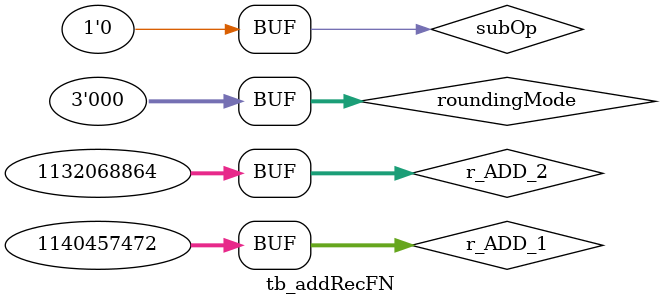
<source format=sv>

module tb_addRecFN ();

    parameter WIDTH = 32;
    reg subOp;
    reg [2:0] roundingMode;

    reg [WIDTH-1:0] r_ADD_1 = 0;
    reg [WIDTH-1:0] r_ADD_2 = 0;
    wire [WIDTH-1:0]  w_RESULT;
    wire [4:0]      e;

    addRecFN #(.expWidth(8), .sigWidth(23)) DUT (
        .control(1'b0),
        .subOp(subOp),
        .a(r_ADD_1),
        .b(r_ADD_2),
        .roundingMode(roundingMode),
        .out(w_RESULT),
        .exceptionFlags(e)
    );

    initial
        begin
        subOp = 1'b0;
        roundingMode = 3'b000;
        #10ns;

        r_ADD_1 = 32'b00111111100000000000000000000000;
        r_ADD_2 = 32'b00111111100000000000000000000000;
        #10ns;

        subOp = 1'b1;
        #10ns;
        
        r_ADD_1 = 32'b01000011111110100000000000000000;
        r_ADD_2 = 32'b01000011011110100000000000000000;
        #10ns;

        subOp = 1'b0;
        #10ns;
    end

endmodule // tb_addRecFN
</source>
